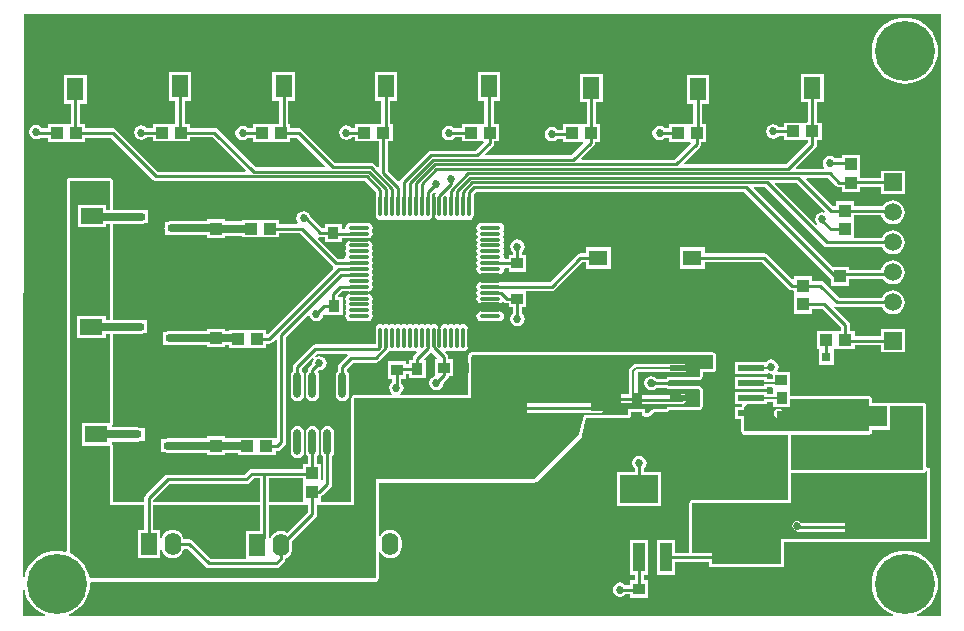
<source format=gtl>
G04*
G04 #@! TF.GenerationSoftware,Altium Limited,Altium Designer,18.1.6 (161)*
G04*
G04 Layer_Physical_Order=1*
G04 Layer_Color=255*
%FSLAX25Y25*%
%MOIN*%
G70*
G01*
G75*
%ADD12C,0.01000*%
%ADD17R,0.02756X0.02362*%
%ADD18R,0.03937X0.09449*%
%ADD19R,0.12598X0.09449*%
%ADD20O,0.02362X0.08661*%
%ADD21R,0.06122X0.05118*%
%ADD24R,0.14016X0.07008*%
%ADD25R,0.08661X0.01968*%
%ADD26R,0.09449X0.12205*%
%ADD27R,0.03150X0.03150*%
%ADD28R,0.07874X0.16142*%
%ADD29R,0.03937X0.03740*%
%ADD30R,0.09843X0.05906*%
%ADD31R,0.03740X0.03937*%
%ADD32R,0.03937X0.04134*%
%ADD33R,0.04134X0.03937*%
%ADD60O,0.01181X0.07087*%
%ADD61O,0.07087X0.01181*%
%ADD62C,0.02756*%
%ADD63C,0.00800*%
%ADD64O,0.05500X0.07500*%
%ADD65R,0.05500X0.07500*%
%ADD66R,0.05906X0.05906*%
%ADD67C,0.05906*%
%ADD68O,0.07500X0.05500*%
%ADD69R,0.07500X0.05500*%
%ADD70C,0.01968*%
%ADD71C,0.02700*%
%ADD72C,0.20000*%
G36*
X118556Y265925D02*
X117250D01*
Y267624D01*
X107750D01*
Y260124D01*
X117250D01*
Y261075D01*
X118556D01*
Y229299D01*
X117089D01*
Y230624D01*
X107589D01*
Y223124D01*
X117089D01*
Y224449D01*
X118556D01*
Y194750D01*
X109089D01*
Y187250D01*
X118556D01*
Y167500D01*
X129971D01*
Y159250D01*
X127750D01*
Y149750D01*
X135250D01*
Y152412D01*
X135721Y152521D01*
X136098Y151609D01*
X136699Y150826D01*
X137483Y150224D01*
X138395Y149846D01*
X139374Y149718D01*
X140353Y149846D01*
X141265Y150224D01*
X142049Y150826D01*
X142650Y151609D01*
X143027Y152521D01*
X143087Y152971D01*
X144367D01*
X150419Y146919D01*
X150915Y146587D01*
X151500Y146471D01*
X174000D01*
X174585Y146587D01*
X175081Y146919D01*
X176581Y148419D01*
X176913Y148915D01*
X177029Y149500D01*
Y149574D01*
X177391Y149724D01*
X178174Y150326D01*
X178776Y151109D01*
X179154Y152021D01*
X179282Y153000D01*
Y155000D01*
X179210Y155547D01*
X187081Y163419D01*
X187413Y163915D01*
X187529Y164500D01*
Y167500D01*
X200000D01*
Y203105D01*
X238820D01*
X238932Y210428D01*
X239018D01*
Y216047D01*
X239038Y217364D01*
X319500D01*
Y212707D01*
X315117D01*
Y210480D01*
X314854Y210089D01*
X314617Y210089D01*
X304192D01*
Y209634D01*
X300796D01*
X300686Y209799D01*
X299908Y210318D01*
X298991Y210501D01*
X298074Y210318D01*
X297297Y209799D01*
X296778Y209022D01*
X296595Y208105D01*
X296778Y207188D01*
X297297Y206411D01*
X298074Y205891D01*
X298991Y205709D01*
X299908Y205891D01*
X300686Y206411D01*
X300796Y206575D01*
X304192D01*
Y206121D01*
X314617D01*
X314854Y206121D01*
X315117Y205730D01*
Y200480D01*
X314854Y200089D01*
X304192D01*
Y199634D01*
X300291D01*
X299705Y199518D01*
X299209Y199186D01*
X298007Y197985D01*
X296940D01*
Y199424D01*
X291200D01*
Y197454D01*
X276500D01*
X275029Y191029D01*
X269677Y185677D01*
X260000Y176000D01*
X207060D01*
Y143000D01*
X111744D01*
X111346Y144660D01*
X110683Y146259D01*
X109779Y147736D01*
X108654Y149052D01*
X107338Y150177D01*
X105861Y151081D01*
X105056Y151415D01*
Y275500D01*
X118556D01*
Y265925D01*
D02*
G37*
G36*
X395500Y331000D02*
X395500Y130500D01*
X387585D01*
X387486Y131000D01*
X388496Y131419D01*
X389972Y132323D01*
X391289Y133448D01*
X392414Y134764D01*
X393318Y136241D01*
X393981Y137840D01*
X394385Y139524D01*
X394521Y141250D01*
X394385Y142976D01*
X393981Y144660D01*
X393318Y146259D01*
X392414Y147736D01*
X391289Y149052D01*
X389972Y150177D01*
X388496Y151081D01*
X386897Y151744D01*
X385213Y152148D01*
X383487Y152284D01*
X381761Y152148D01*
X380077Y151744D01*
X378478Y151081D01*
X377001Y150177D01*
X375685Y149052D01*
X374560Y147736D01*
X373656Y146259D01*
X372993Y144660D01*
X372589Y142976D01*
X372453Y141250D01*
X372589Y139524D01*
X372993Y137840D01*
X373656Y136241D01*
X374560Y134764D01*
X375685Y133448D01*
X377001Y132323D01*
X378478Y131419D01*
X379488Y131000D01*
X379389Y130500D01*
X104950Y130500D01*
X104851Y131000D01*
X105861Y131419D01*
X107338Y132323D01*
X108654Y133448D01*
X109779Y134764D01*
X110683Y136241D01*
X111346Y137840D01*
X111750Y139524D01*
X111886Y141250D01*
X111857Y141613D01*
X112197Y141980D01*
X207060D01*
X207451Y142058D01*
X207781Y142279D01*
X208002Y142610D01*
X208080Y143000D01*
Y151858D01*
X208580Y151957D01*
X208724Y151609D01*
X209326Y150826D01*
X210109Y150224D01*
X211021Y149846D01*
X212000Y149718D01*
X212979Y149846D01*
X213891Y150224D01*
X214674Y150826D01*
X215276Y151609D01*
X215653Y152521D01*
X215782Y153500D01*
Y155500D01*
X215653Y156479D01*
X215276Y157391D01*
X214674Y158175D01*
X213891Y158776D01*
X212979Y159153D01*
X212000Y159282D01*
X211021Y159153D01*
X210109Y158776D01*
X209326Y158175D01*
X208724Y157391D01*
X208580Y157043D01*
X208080Y157142D01*
Y174980D01*
X260000D01*
X260390Y175058D01*
X260721Y175279D01*
X270398Y184957D01*
X275750Y190308D01*
X275798Y190380D01*
X275860Y190439D01*
X275907Y190543D01*
X275971Y190639D01*
X275988Y190723D01*
X276023Y190802D01*
X277313Y196435D01*
X291200D01*
X291590Y196512D01*
X291921Y196733D01*
X292142Y197064D01*
X292220Y197454D01*
Y198404D01*
X295921D01*
Y197985D01*
X295998Y197594D01*
X296219Y197264D01*
X296550Y197043D01*
X296940Y196965D01*
X298007D01*
X298398Y197043D01*
X298728Y197264D01*
X299859Y198394D01*
X300103Y198557D01*
X300391Y198615D01*
X304192D01*
X304582Y198692D01*
X304913Y198913D01*
X305017Y199069D01*
X314854D01*
X314950Y199089D01*
X315048Y199088D01*
X315143Y199127D01*
X315244Y199147D01*
X315325Y199202D01*
X315416Y199239D01*
X315489Y199311D01*
X315575Y199368D01*
X315629Y199450D01*
X315699Y199519D01*
X315962Y199909D01*
X316002Y200004D01*
X316059Y200090D01*
X316078Y200186D01*
X316116Y200276D01*
X316117Y200379D01*
X316137Y200480D01*
Y205730D01*
X316117Y205831D01*
X316116Y205933D01*
X316078Y206024D01*
X316059Y206120D01*
X316002Y206206D01*
X315962Y206300D01*
X315699Y206691D01*
X315629Y206760D01*
X315575Y206841D01*
X315489Y206899D01*
X315416Y206971D01*
X315325Y207008D01*
X315244Y207063D01*
X315143Y207083D01*
X315048Y207121D01*
X314950Y207121D01*
X314854Y207140D01*
X314617Y207140D01*
X305017D01*
X304913Y207296D01*
X304582Y207518D01*
X304192Y207595D01*
X300796D01*
X300697Y207575D01*
X300597D01*
X300504Y207537D01*
X300406Y207518D01*
X300322Y207462D01*
X300229Y207423D01*
X300158Y207352D01*
X300075Y207296D01*
X300019Y207213D01*
X299954Y207148D01*
X299511Y206852D01*
X298991Y206748D01*
X298472Y206852D01*
X298032Y207146D01*
X297738Y207586D01*
X297635Y208105D01*
X297738Y208624D01*
X298032Y209064D01*
X298472Y209358D01*
X298991Y209461D01*
X299511Y209358D01*
X299954Y209062D01*
X300019Y208997D01*
X300075Y208913D01*
X300158Y208857D01*
X300229Y208787D01*
X300322Y208748D01*
X300406Y208692D01*
X300504Y208673D01*
X300597Y208634D01*
X300697D01*
X300796Y208615D01*
X304192D01*
X304582Y208692D01*
X304913Y208913D01*
X305017Y209069D01*
X314617D01*
X314854Y209069D01*
X314950Y209089D01*
X315048Y209088D01*
X315143Y209127D01*
X315244Y209147D01*
X315325Y209202D01*
X315416Y209239D01*
X315489Y209311D01*
X315575Y209368D01*
X315629Y209450D01*
X315699Y209519D01*
X315962Y209909D01*
X316002Y210004D01*
X316059Y210090D01*
X316078Y210186D01*
X316116Y210276D01*
X316117Y210379D01*
X316137Y210480D01*
Y211688D01*
X319500D01*
X319890Y211765D01*
X320221Y211986D01*
X320442Y212317D01*
X320520Y212707D01*
Y217364D01*
X320442Y217754D01*
X320221Y218085D01*
X319890Y218306D01*
X319500Y218384D01*
X239038D01*
X238851Y218346D01*
X238663Y218312D01*
X238656Y218307D01*
X238648Y218306D01*
X238489Y218200D01*
X238329Y218096D01*
X238324Y218089D01*
X238317Y218085D01*
X238211Y217926D01*
X238103Y217769D01*
X238101Y217761D01*
X238096Y217754D01*
X238059Y217566D01*
X238019Y217380D01*
X237999Y216062D01*
X238000Y216055D01*
X237999Y216047D01*
Y210836D01*
X237996Y210832D01*
X237995Y210824D01*
X237990Y210818D01*
X237953Y210630D01*
X237913Y210443D01*
X237816Y204124D01*
X215462D01*
X215310Y204625D01*
X215694Y204881D01*
X216214Y205659D01*
X216396Y206575D01*
X216214Y207492D01*
X215694Y208270D01*
X215679Y208280D01*
Y209630D01*
X217118D01*
Y211270D01*
X218130D01*
Y209831D01*
X223870D01*
Y215768D01*
X223336D01*
X223145Y216230D01*
X225487Y218572D01*
X225685Y218592D01*
X227647Y216630D01*
X227455Y216168D01*
X226782D01*
Y210428D01*
X226605Y210360D01*
X226437Y210319D01*
X226437Y210318D01*
X225659Y209799D01*
X225140Y209022D01*
X224957Y208105D01*
X225140Y207188D01*
X225659Y206411D01*
X226437Y205891D01*
X227354Y205709D01*
X228271Y205891D01*
X229048Y206411D01*
X229567Y207188D01*
X229750Y208105D01*
X229711Y208299D01*
X231081Y209670D01*
X231413Y210166D01*
X231465Y210428D01*
X232719D01*
Y216168D01*
X231280D01*
Y216689D01*
X231164Y217274D01*
X230832Y217771D01*
X230358Y218244D01*
X230539Y218770D01*
X230932Y218848D01*
X231295Y219091D01*
X231659Y218848D01*
X232279Y218725D01*
X232900Y218848D01*
X233264Y219091D01*
X233627Y218848D01*
X234248Y218725D01*
X234869Y218848D01*
X235232Y219091D01*
X235596Y218848D01*
X236216Y218725D01*
X236837Y218848D01*
X237363Y219200D01*
X237715Y219726D01*
X237838Y220346D01*
Y226252D01*
X237715Y226873D01*
X237363Y227399D01*
X236837Y227750D01*
X236216Y227874D01*
X235596Y227750D01*
X235232Y227507D01*
X234869Y227750D01*
X234248Y227874D01*
X233627Y227750D01*
X233264Y227507D01*
X232900Y227750D01*
X232279Y227874D01*
X231659Y227750D01*
X231295Y227507D01*
X230932Y227750D01*
X230311Y227874D01*
X229690Y227750D01*
X229164Y227399D01*
X228813Y226873D01*
X228689Y226252D01*
Y220981D01*
X228189Y220729D01*
X227996Y220873D01*
Y226252D01*
X227872Y226873D01*
X227521Y227399D01*
X226995Y227750D01*
X226374Y227874D01*
X225753Y227750D01*
X225390Y227507D01*
X225026Y227750D01*
X224406Y227874D01*
X223785Y227750D01*
X223421Y227507D01*
X223058Y227750D01*
X222437Y227874D01*
X221816Y227750D01*
X221453Y227507D01*
X221089Y227750D01*
X220468Y227874D01*
X219848Y227750D01*
X219484Y227507D01*
X219121Y227750D01*
X218500Y227874D01*
X217879Y227750D01*
X217516Y227507D01*
X217152Y227750D01*
X216531Y227874D01*
X215911Y227750D01*
X215547Y227507D01*
X215184Y227750D01*
X214563Y227874D01*
X213942Y227750D01*
X213579Y227507D01*
X213215Y227750D01*
X212595Y227874D01*
X211974Y227750D01*
X211610Y227507D01*
X211247Y227750D01*
X210626Y227874D01*
X210005Y227750D01*
X209642Y227507D01*
X209278Y227750D01*
X208658Y227874D01*
X208037Y227750D01*
X207511Y227399D01*
X207159Y226873D01*
X207036Y226252D01*
Y221029D01*
X187000D01*
X186415Y220913D01*
X185919Y220581D01*
X179919Y214581D01*
X179587Y214085D01*
X179471Y213500D01*
Y212148D01*
X179428Y212120D01*
X178946Y211398D01*
X178776Y210547D01*
Y204248D01*
X178946Y203397D01*
X179428Y202676D01*
X180149Y202193D01*
X181000Y202024D01*
X181851Y202193D01*
X182572Y202676D01*
X183055Y203397D01*
X183224Y204248D01*
Y210547D01*
X183055Y211398D01*
X182572Y212120D01*
X182529Y212148D01*
Y212866D01*
X186004Y216341D01*
X186392Y216022D01*
X186140Y215645D01*
X185958Y214728D01*
X185996Y214533D01*
X184919Y213456D01*
X184587Y212959D01*
X184471Y212374D01*
Y212148D01*
X184427Y212120D01*
X183946Y211398D01*
X183776Y210547D01*
Y204248D01*
X183946Y203397D01*
X184427Y202676D01*
X185149Y202193D01*
X186000Y202024D01*
X186851Y202193D01*
X187573Y202676D01*
X188055Y203397D01*
X188224Y204248D01*
Y210547D01*
X188055Y211398D01*
X187707Y211918D01*
X188159Y212370D01*
X188354Y212332D01*
X189270Y212514D01*
X190048Y213034D01*
X190567Y213811D01*
X190750Y214728D01*
X190567Y215645D01*
X190048Y216422D01*
X189270Y216941D01*
X188354Y217124D01*
X187437Y216941D01*
X187059Y216689D01*
X186740Y217077D01*
X187634Y217971D01*
X197623D01*
X197671Y217908D01*
X197808Y217471D01*
X194919Y214581D01*
X194587Y214085D01*
X194471Y213500D01*
Y212148D01*
X194428Y212120D01*
X193946Y211398D01*
X193776Y210547D01*
Y204248D01*
X193946Y203397D01*
X194428Y202676D01*
X195149Y202193D01*
X196000Y202024D01*
X196851Y202193D01*
X197573Y202676D01*
X198055Y203397D01*
X198224Y204248D01*
Y210547D01*
X198055Y211398D01*
X197573Y212120D01*
X197529Y212148D01*
Y212866D01*
X199634Y214971D01*
X207060D01*
X207646Y215087D01*
X208142Y215419D01*
X211707Y218984D01*
X211756Y218994D01*
X211974Y218848D01*
X212595Y218725D01*
X213215Y218848D01*
X213579Y219091D01*
X213942Y218848D01*
X214563Y218725D01*
X215184Y218848D01*
X215547Y219091D01*
X215911Y218848D01*
X216531Y218725D01*
X217152Y218848D01*
X217516Y219091D01*
X217879Y218848D01*
X218500Y218725D01*
X219121Y218848D01*
X219484Y219091D01*
X219848Y218848D01*
X220468Y218725D01*
X220641Y218759D01*
X220887Y218298D01*
X219919Y217330D01*
X219587Y216833D01*
X219471Y216248D01*
Y215768D01*
X218130D01*
Y214329D01*
X217118D01*
Y215370D01*
X211181D01*
Y209630D01*
X212620D01*
Y208480D01*
X212306Y208270D01*
X211786Y207492D01*
X211604Y206575D01*
X211786Y205659D01*
X212306Y204881D01*
X212690Y204625D01*
X212538Y204124D01*
X200000D01*
X199610Y204047D01*
X199279Y203826D01*
X199058Y203495D01*
X198980Y203105D01*
Y168520D01*
X189359D01*
X188969Y168783D01*
Y170459D01*
X189432Y170769D01*
X192081Y173419D01*
X192413Y173915D01*
X192529Y174500D01*
Y183749D01*
X192572Y183778D01*
X193054Y184499D01*
X193224Y185350D01*
Y191650D01*
X193054Y192501D01*
X192572Y193222D01*
X191851Y193704D01*
X191000Y193873D01*
X190149Y193704D01*
X189427Y193222D01*
X188945Y192501D01*
X188776Y191650D01*
Y185350D01*
X188945Y184499D01*
X189427Y183778D01*
X189471Y183749D01*
Y175672D01*
X189469Y175670D01*
X188969Y175938D01*
Y181217D01*
X187529D01*
Y183749D01*
X187573Y183778D01*
X188055Y184499D01*
X188224Y185350D01*
Y191650D01*
X188055Y192501D01*
X187573Y193222D01*
X186851Y193704D01*
X186000Y193873D01*
X185149Y193704D01*
X184427Y193222D01*
X183946Y192501D01*
X183776Y191650D01*
Y185350D01*
X183946Y184499D01*
X184427Y183778D01*
X184471Y183749D01*
Y181217D01*
X183031D01*
Y179463D01*
X165933D01*
X165348Y179346D01*
X164852Y179015D01*
X163366Y177529D01*
X137750D01*
X137165Y177413D01*
X136669Y177081D01*
X130419Y170831D01*
X130087Y170335D01*
X129971Y169750D01*
Y168520D01*
X119576D01*
Y187250D01*
X119498Y187640D01*
X119277Y187971D01*
X119121Y188075D01*
X119272Y188575D01*
X127665D01*
X128593Y188760D01*
X128681Y188819D01*
X130043D01*
Y190766D01*
X130090Y191000D01*
X130043Y191234D01*
Y193181D01*
X128681D01*
X128593Y193240D01*
X127665Y193424D01*
X119272D01*
X119121Y193924D01*
X119277Y194029D01*
X119498Y194360D01*
X119576Y194750D01*
Y224449D01*
X128382D01*
X129310Y224634D01*
X129398Y224693D01*
X130760D01*
Y226640D01*
X130806Y226874D01*
X130760Y227108D01*
Y229055D01*
X129398D01*
X129310Y229114D01*
X128382Y229299D01*
X119576D01*
Y261075D01*
X128882D01*
X129810Y261260D01*
X129898Y261319D01*
X131260D01*
Y263266D01*
X131306Y263500D01*
X131260Y263734D01*
Y265681D01*
X129898D01*
X129810Y265740D01*
X128882Y265925D01*
X119576D01*
Y275500D01*
X119498Y275890D01*
X119277Y276221D01*
X118946Y276442D01*
X118556Y276520D01*
X105056D01*
X104666Y276442D01*
X104335Y276221D01*
X104114Y275890D01*
X104037Y275500D01*
Y152202D01*
X103644Y151892D01*
X102578Y152148D01*
X100852Y152284D01*
X99126Y152148D01*
X97442Y151744D01*
X95843Y151081D01*
X94366Y150177D01*
X93050Y149052D01*
X91925Y147736D01*
X91021Y146259D01*
X90358Y144660D01*
X90052Y143384D01*
X89552Y143444D01*
X90007Y331000D01*
X395500Y331000D01*
D02*
G37*
G36*
X183031Y175083D02*
X183031D01*
Y174917D01*
X183031D01*
Y168783D01*
X182641Y168520D01*
X171529D01*
Y176404D01*
X183031D01*
Y175083D01*
D02*
G37*
G36*
X168471Y168520D02*
X133029D01*
Y169116D01*
X138383Y174471D01*
X164000D01*
X164585Y174587D01*
X165081Y174919D01*
X166567Y176404D01*
X168471D01*
Y168520D01*
D02*
G37*
G36*
X184471Y165134D02*
X177516Y158179D01*
X177391Y158276D01*
X176479Y158653D01*
X175500Y158782D01*
X174521Y158653D01*
X173609Y158276D01*
X172826Y157675D01*
X172224Y156891D01*
X172029Y156420D01*
X171529Y156520D01*
Y167500D01*
X184471D01*
Y165134D01*
D02*
G37*
G36*
X168471Y158750D02*
X163876D01*
Y149529D01*
X152134D01*
X146081Y155581D01*
X145585Y155913D01*
X145000Y156029D01*
X143087D01*
X143027Y156479D01*
X142650Y157391D01*
X142049Y158175D01*
X141265Y158776D01*
X140353Y159153D01*
X139374Y159282D01*
X138395Y159153D01*
X137483Y158776D01*
X136699Y158175D01*
X136098Y157391D01*
X135721Y156479D01*
X135250Y156588D01*
Y159250D01*
X133029D01*
Y167500D01*
X168471D01*
Y158750D01*
D02*
G37*
G36*
X90358Y137840D02*
X91021Y136241D01*
X91925Y134764D01*
X93050Y133448D01*
X94366Y132323D01*
X95843Y131419D01*
X96853Y131000D01*
X96754Y130500D01*
X89875D01*
X89521Y130854D01*
X89542Y139100D01*
X90042Y139158D01*
X90358Y137840D01*
D02*
G37*
%LPC*%
G36*
X309418Y214637D02*
X309418Y214637D01*
X293913D01*
X293366Y214528D01*
X292903Y214219D01*
X292903Y214219D01*
X291982Y213298D01*
X291673Y212835D01*
X291564Y212288D01*
X291564Y212288D01*
Y204389D01*
X285121D01*
X284536Y204272D01*
X284040Y203941D01*
X281464Y201365D01*
X253491D01*
X252906Y201249D01*
X252410Y200917D01*
X252078Y200421D01*
X251962Y199836D01*
X252078Y199250D01*
X252410Y198754D01*
X252906Y198423D01*
X253491Y198306D01*
X282098D01*
X282683Y198423D01*
X283179Y198754D01*
X285755Y201330D01*
X292991D01*
X293345Y201400D01*
X293590Y201237D01*
X294175Y201120D01*
X309068Y201120D01*
X309653Y201237D01*
X310149Y201568D01*
X310604Y202024D01*
X310936Y202520D01*
X311052Y203105D01*
X310936Y203690D01*
X310604Y204186D01*
X310108Y204518D01*
X309523Y204634D01*
X308938Y204518D01*
X308441Y204186D01*
X308434Y204179D01*
X294904Y204179D01*
X294419Y204605D01*
Y211697D01*
X294504Y211782D01*
X308996D01*
X309523Y211677D01*
X310069Y211786D01*
X310532Y212095D01*
X310842Y212559D01*
X310950Y213105D01*
X310842Y213651D01*
X310532Y214114D01*
X310427Y214219D01*
X310427Y214219D01*
X310158Y214399D01*
X309964Y214528D01*
X309964Y214528D01*
X309964Y214528D01*
X309745Y214572D01*
X309418Y214637D01*
D02*
G37*
G36*
X383487Y329932D02*
X381761Y329796D01*
X380077Y329392D01*
X378478Y328729D01*
X377001Y327824D01*
X375685Y326700D01*
X374560Y325383D01*
X373656Y323907D01*
X372993Y322307D01*
X372589Y320624D01*
X372453Y318898D01*
X372589Y317172D01*
X372993Y315488D01*
X373656Y313888D01*
X374560Y312412D01*
X375685Y311095D01*
X377001Y309971D01*
X378478Y309066D01*
X380077Y308404D01*
X381761Y307999D01*
X383487Y307864D01*
X385213Y307999D01*
X386897Y308404D01*
X388496Y309066D01*
X389972Y309971D01*
X391289Y311095D01*
X392414Y312412D01*
X393318Y313888D01*
X393981Y315488D01*
X394385Y317172D01*
X394521Y318898D01*
X394385Y320624D01*
X393981Y322307D01*
X393318Y323907D01*
X392414Y325383D01*
X391289Y326700D01*
X389972Y327824D01*
X388496Y328729D01*
X386897Y329392D01*
X385213Y329796D01*
X383487Y329932D01*
D02*
G37*
G36*
X248624Y311750D02*
X241124D01*
Y302250D01*
X243345D01*
Y294972D01*
X242991Y294618D01*
X242083Y294618D01*
X241583Y294618D01*
X235784D01*
Y293179D01*
X233205D01*
X233194Y293194D01*
X232417Y293714D01*
X231500Y293896D01*
X230583Y293714D01*
X229806Y293194D01*
X229286Y292417D01*
X229104Y291500D01*
X229286Y290583D01*
X229806Y289806D01*
X230583Y289286D01*
X231500Y289104D01*
X232417Y289286D01*
X233194Y289806D01*
X233404Y290120D01*
X235784D01*
Y288681D01*
X241583D01*
X241917Y288681D01*
X242865Y288681D01*
X243056Y288219D01*
X240367Y285529D01*
X225471D01*
X224886Y285413D01*
X224390Y285081D01*
X215450Y276142D01*
X215119Y275646D01*
X215083Y275466D01*
X214540Y275301D01*
X211179Y278662D01*
Y288681D01*
X212717D01*
Y294618D01*
X212029D01*
Y302250D01*
X214250D01*
Y311750D01*
X206750D01*
Y302250D01*
X208971D01*
Y294618D01*
X206917D01*
X206583Y294618D01*
X206083Y294618D01*
X200284D01*
Y293179D01*
X199128D01*
X199048Y293299D01*
X198270Y293818D01*
X197354Y294001D01*
X196437Y293818D01*
X195659Y293299D01*
X195140Y292522D01*
X194957Y291605D01*
X195140Y290688D01*
X195659Y289911D01*
X196437Y289391D01*
X197354Y289209D01*
X198270Y289391D01*
X199048Y289911D01*
X199188Y290120D01*
X200284D01*
Y288681D01*
X206083D01*
X206417Y288681D01*
X206917Y288681D01*
X208120D01*
Y280196D01*
X207658Y280005D01*
X206581Y281081D01*
X206085Y281413D01*
X205500Y281529D01*
X193633D01*
X182581Y292581D01*
X182085Y292913D01*
X181500Y293029D01*
X178516D01*
Y294468D01*
X177903D01*
Y302250D01*
X180124D01*
Y311750D01*
X172624D01*
Y302250D01*
X174845D01*
Y294468D01*
X172716D01*
X172382Y294468D01*
X171882Y294468D01*
X166083D01*
Y293029D01*
X164553D01*
X164443Y293194D01*
X163666Y293714D01*
X162749Y293896D01*
X161832Y293714D01*
X161055Y293194D01*
X160535Y292417D01*
X160353Y291500D01*
X160535Y290583D01*
X161055Y289806D01*
X161832Y289286D01*
X162749Y289104D01*
X163666Y289286D01*
X164443Y289806D01*
X164553Y289971D01*
X166083D01*
Y288531D01*
X171882D01*
X172216Y288531D01*
X172716Y288531D01*
X178516D01*
Y289971D01*
X180867D01*
X190346Y280491D01*
X190154Y280029D01*
X167133D01*
X154432Y292731D01*
X153936Y293063D01*
X153350Y293179D01*
X145217D01*
Y294618D01*
X143403D01*
Y302250D01*
X145624D01*
Y311750D01*
X138124D01*
Y302250D01*
X140345D01*
Y294972D01*
X139991Y294618D01*
X139083Y294618D01*
X138583Y294618D01*
X132783D01*
Y293179D01*
X130804D01*
X130694Y293344D01*
X129917Y293863D01*
X129000Y294046D01*
X128083Y293863D01*
X127306Y293344D01*
X126786Y292566D01*
X126604Y291650D01*
X126786Y290733D01*
X127306Y289955D01*
X128083Y289436D01*
X129000Y289254D01*
X129917Y289436D01*
X130694Y289955D01*
X130804Y290120D01*
X132783D01*
Y288681D01*
X138583D01*
X138917Y288681D01*
X139417Y288681D01*
X145217D01*
Y290120D01*
X152717D01*
X163846Y278991D01*
X163654Y278529D01*
X134634D01*
X120581Y292581D01*
X120085Y292913D01*
X119500Y293029D01*
X110216D01*
Y294468D01*
X108529D01*
Y301250D01*
X110750D01*
Y310750D01*
X103250D01*
Y301250D01*
X105471D01*
Y294822D01*
X105117Y294468D01*
X104083Y294468D01*
X103583Y294468D01*
X97783D01*
Y293029D01*
X95989D01*
X95694Y293470D01*
X94917Y293989D01*
X94000Y294172D01*
X93083Y293989D01*
X92306Y293470D01*
X91786Y292692D01*
X91604Y291776D01*
X91786Y290859D01*
X92306Y290081D01*
X93083Y289562D01*
X94000Y289380D01*
X94917Y289562D01*
X95529Y289971D01*
X97783D01*
Y288531D01*
X103583D01*
X103917Y288531D01*
X104417Y288531D01*
X110216D01*
Y289971D01*
X118867D01*
X132919Y275919D01*
X133415Y275587D01*
X134000Y275471D01*
X203624D01*
X207128Y271966D01*
Y270417D01*
X207036Y269953D01*
Y264047D01*
X207159Y263427D01*
X207511Y262900D01*
X208037Y262549D01*
X208658Y262425D01*
X209278Y262549D01*
X209642Y262792D01*
X210005Y262549D01*
X210626Y262425D01*
X211247Y262549D01*
X211610Y262792D01*
X211974Y262549D01*
X212595Y262425D01*
X213215Y262549D01*
X213579Y262792D01*
X213942Y262549D01*
X214563Y262425D01*
X215184Y262549D01*
X215547Y262792D01*
X215911Y262549D01*
X216531Y262425D01*
X217152Y262549D01*
X217516Y262792D01*
X217879Y262549D01*
X218500Y262425D01*
X219121Y262549D01*
X219484Y262792D01*
X219848Y262549D01*
X220468Y262425D01*
X221089Y262549D01*
X221453Y262792D01*
X221816Y262549D01*
X222437Y262425D01*
X223058Y262549D01*
X223421Y262792D01*
X223785Y262549D01*
X224406Y262425D01*
X225026Y262549D01*
X225552Y262900D01*
X225904Y263427D01*
X226027Y264047D01*
Y269953D01*
X225935Y270417D01*
Y271023D01*
X226738Y271827D01*
X226834Y271806D01*
X227061Y271246D01*
X226930Y271049D01*
X226813Y270464D01*
Y270417D01*
X226721Y269953D01*
Y264047D01*
X226844Y263427D01*
X227196Y262900D01*
X227722Y262549D01*
X228343Y262425D01*
X228963Y262549D01*
X229327Y262792D01*
X229690Y262549D01*
X230311Y262425D01*
X230932Y262549D01*
X231295Y262792D01*
X231659Y262549D01*
X232279Y262425D01*
X232900Y262549D01*
X233264Y262792D01*
X233627Y262549D01*
X234248Y262425D01*
X234869Y262549D01*
X235232Y262792D01*
X235596Y262549D01*
X236216Y262425D01*
X236837Y262549D01*
X237201Y262792D01*
X237564Y262549D01*
X238185Y262425D01*
X238806Y262549D01*
X239332Y262900D01*
X239683Y263427D01*
X239807Y264047D01*
Y269953D01*
X239714Y270417D01*
Y271188D01*
X240497Y271971D01*
X329867D01*
X359032Y242806D01*
Y240650D01*
X364968D01*
Y242821D01*
X376190D01*
X376681Y242181D01*
X377507Y241547D01*
X378468Y241149D01*
X379500Y241013D01*
X380532Y241149D01*
X381493Y241547D01*
X382319Y242181D01*
X382953Y243007D01*
X383351Y243968D01*
X383487Y245000D01*
X383351Y246032D01*
X382953Y246993D01*
X382319Y247819D01*
X381493Y248453D01*
X380532Y248851D01*
X379500Y248987D01*
X378468Y248851D01*
X377507Y248453D01*
X376681Y247819D01*
X376047Y246993D01*
X375649Y246032D01*
X375629Y245880D01*
X364968D01*
Y246783D01*
X359379D01*
X333154Y273009D01*
X333346Y273471D01*
X336866D01*
X356419Y253919D01*
X356915Y253587D01*
X357500Y253471D01*
X375855D01*
X376047Y253007D01*
X376681Y252181D01*
X377507Y251547D01*
X378468Y251149D01*
X379500Y251013D01*
X380532Y251149D01*
X381493Y251547D01*
X382319Y252181D01*
X382953Y253007D01*
X383351Y253968D01*
X383487Y255000D01*
X383351Y256032D01*
X382953Y256993D01*
X382319Y257819D01*
X381493Y258453D01*
X380532Y258851D01*
X379500Y258987D01*
X378468Y258851D01*
X377507Y258453D01*
X376681Y257819D01*
X376047Y256993D01*
X375855Y256529D01*
X366469D01*
Y262417D01*
X366469D01*
Y262583D01*
X366469D01*
Y264120D01*
X375629D01*
X375649Y263968D01*
X376047Y263007D01*
X376681Y262181D01*
X377507Y261547D01*
X378468Y261149D01*
X379500Y261013D01*
X380532Y261149D01*
X381493Y261547D01*
X382319Y262181D01*
X382953Y263007D01*
X383351Y263968D01*
X383487Y265000D01*
X383351Y266032D01*
X382953Y266993D01*
X382319Y267819D01*
X381493Y268453D01*
X380532Y268851D01*
X379500Y268987D01*
X378468Y268851D01*
X377507Y268453D01*
X376681Y267819D01*
X376190Y267179D01*
X366469D01*
Y268717D01*
X360531D01*
Y267179D01*
X359484D01*
X350654Y276009D01*
X350846Y276471D01*
X357867D01*
X360568Y273769D01*
X361064Y273437D01*
X361650Y273321D01*
X362531D01*
Y271783D01*
X368468D01*
Y273471D01*
X375547D01*
Y271047D01*
X383453D01*
Y278953D01*
X375547D01*
Y276529D01*
X368468D01*
Y277917D01*
X368468D01*
Y278083D01*
X368468D01*
Y284216D01*
X362531D01*
Y283033D01*
X360331D01*
X360221Y283197D01*
X359443Y283717D01*
X358526Y283899D01*
X357609Y283717D01*
X356832Y283197D01*
X356313Y282420D01*
X356130Y281503D01*
X356313Y280586D01*
X356685Y280029D01*
X356419Y279529D01*
X347346D01*
X347154Y279991D01*
X353731Y286568D01*
X354063Y287064D01*
X354179Y287650D01*
Y289032D01*
X355716D01*
Y294969D01*
X354179D01*
Y301750D01*
X356400D01*
Y311250D01*
X348900D01*
Y301750D01*
X351120D01*
Y295322D01*
X350767Y294969D01*
X349583Y294969D01*
X349083Y294969D01*
X343284D01*
Y293529D01*
X341426D01*
X341316Y293694D01*
X340538Y294214D01*
X339621Y294396D01*
X338704Y294214D01*
X337927Y293694D01*
X337408Y292917D01*
X337225Y292000D01*
X337408Y291083D01*
X337927Y290306D01*
X338704Y289786D01*
X339621Y289604D01*
X340538Y289786D01*
X341316Y290306D01*
X341426Y290471D01*
X343284D01*
Y289032D01*
X349083D01*
X349417Y289032D01*
X349917Y289032D01*
X351120D01*
Y288283D01*
X343866Y281029D01*
X310046D01*
X309855Y281491D01*
X315231Y286867D01*
X315563Y287364D01*
X315679Y287949D01*
Y288531D01*
X317216D01*
Y294468D01*
X316029D01*
Y301250D01*
X318250D01*
Y310750D01*
X310750D01*
Y301250D01*
X312971D01*
Y294822D01*
X312617Y294468D01*
X311083Y294468D01*
X310583Y294468D01*
X304784D01*
Y293029D01*
X303553D01*
X303443Y293194D01*
X302666Y293714D01*
X301749Y293896D01*
X300832Y293714D01*
X300055Y293194D01*
X299535Y292417D01*
X299353Y291500D01*
X299535Y290583D01*
X300055Y289806D01*
X300832Y289286D01*
X301749Y289104D01*
X302666Y289286D01*
X303443Y289806D01*
X303553Y289971D01*
X304784D01*
Y288531D01*
X310583D01*
X310917Y288531D01*
X311417Y288531D01*
X311916D01*
X312107Y288070D01*
X306567Y282529D01*
X275846D01*
X275654Y282991D01*
X279881Y287218D01*
X280212Y287714D01*
X280329Y288299D01*
Y288531D01*
X281866D01*
Y294468D01*
X280529D01*
Y301750D01*
X282750D01*
Y311250D01*
X275250D01*
Y301750D01*
X277471D01*
Y294822D01*
X277117Y294468D01*
X275732Y294468D01*
X275232Y294468D01*
X269433D01*
Y292634D01*
X267658D01*
X267548Y292799D01*
X266771Y293319D01*
X265854Y293501D01*
X264937Y293319D01*
X264159Y292799D01*
X263640Y292022D01*
X263457Y291105D01*
X263640Y290188D01*
X264159Y289411D01*
X264937Y288891D01*
X265854Y288709D01*
X266771Y288891D01*
X267548Y289411D01*
X267658Y289576D01*
X269433D01*
Y288531D01*
X275232D01*
X275567Y288531D01*
X276215Y288531D01*
X276407Y288070D01*
X272366Y284029D01*
X243846D01*
X243654Y284491D01*
X246231Y287068D01*
X246563Y287564D01*
X246679Y288150D01*
Y288681D01*
X248217D01*
Y294618D01*
X246403D01*
Y302250D01*
X248624D01*
Y311750D01*
D02*
G37*
G36*
X183055Y265396D02*
X182138Y265214D01*
X181360Y264694D01*
X180841Y263917D01*
X180658Y263000D01*
X180841Y262083D01*
X181111Y261679D01*
X180844Y261179D01*
X174866D01*
Y262618D01*
X169067D01*
X168732Y262618D01*
X168232Y262618D01*
X162433D01*
Y262074D01*
X156807D01*
Y262717D01*
X150870D01*
Y262184D01*
X139118D01*
X138190Y262000D01*
X138102Y261941D01*
X136740D01*
Y259994D01*
X136694Y259760D01*
X136740Y259526D01*
Y257579D01*
X138102D01*
X138190Y257520D01*
X139118Y257335D01*
X150870D01*
Y256583D01*
X156807D01*
Y257225D01*
X162433D01*
Y256681D01*
X168232D01*
X168567Y256681D01*
X169067Y256681D01*
X174866D01*
Y258120D01*
X181759D01*
X192859Y247021D01*
X192954Y246957D01*
X193017Y246314D01*
X171067Y224364D01*
X170567Y224469D01*
Y225728D01*
X164768D01*
X164433Y225728D01*
X163933Y225728D01*
X158134D01*
Y225574D01*
X156768D01*
Y226217D01*
X150831D01*
Y225558D01*
X138618D01*
X137690Y225374D01*
X137602Y225315D01*
X136240D01*
Y223368D01*
X136194Y223134D01*
X136240Y222900D01*
Y220953D01*
X137602D01*
X137690Y220894D01*
X138618Y220709D01*
X150831D01*
Y220083D01*
X156768D01*
Y220725D01*
X158134D01*
Y219791D01*
X163933D01*
X164268Y219791D01*
X164768Y219791D01*
X170567D01*
Y221231D01*
X171626D01*
X172211Y221347D01*
X172707Y221678D01*
X173658Y222629D01*
X174120Y222438D01*
Y190201D01*
X173716Y189969D01*
X167917D01*
X167583Y189969D01*
X167083Y189969D01*
X161284D01*
Y189724D01*
X156807D01*
Y190366D01*
X150870D01*
Y189684D01*
X137902D01*
X136974Y189500D01*
X136886Y189441D01*
X135524D01*
Y187494D01*
X135477Y187260D01*
X135524Y187026D01*
Y185079D01*
X136886D01*
X136974Y185020D01*
X137902Y184835D01*
X150870D01*
Y184232D01*
X156807D01*
Y184875D01*
X161284D01*
Y184031D01*
X167083D01*
X167417Y184031D01*
X167917Y184031D01*
X173716D01*
Y185471D01*
X174186D01*
X174771Y185587D01*
X175267Y185919D01*
X176731Y187382D01*
X177063Y187879D01*
X177179Y188464D01*
Y223639D01*
X184480Y230940D01*
X185023Y230776D01*
X185140Y230188D01*
X185659Y229411D01*
X186437Y228891D01*
X187354Y228709D01*
X188270Y228891D01*
X189048Y229411D01*
X189567Y230188D01*
X189738Y231048D01*
X189811Y231145D01*
X189886Y231193D01*
X190386Y230922D01*
Y230805D01*
X196126D01*
Y236742D01*
X194458D01*
Y237296D01*
X195862Y238699D01*
X198154D01*
X198618Y238607D01*
X204524D01*
X205144Y238730D01*
X205670Y239082D01*
X206022Y239608D01*
X206145Y240228D01*
X206022Y240849D01*
X205779Y241213D01*
X206022Y241576D01*
X206145Y242197D01*
X206022Y242817D01*
X205779Y243181D01*
X206022Y243545D01*
X206145Y244165D01*
X206022Y244786D01*
X205779Y245150D01*
X206022Y245513D01*
X206145Y246134D01*
X206022Y246755D01*
X205779Y247118D01*
X206022Y247482D01*
X206145Y248102D01*
X206022Y248723D01*
X205779Y249087D01*
X206022Y249450D01*
X206145Y250071D01*
X206022Y250692D01*
X205779Y251055D01*
X206022Y251419D01*
X206145Y252039D01*
X206022Y252660D01*
X205779Y253024D01*
X206022Y253387D01*
X206145Y254008D01*
X206022Y254628D01*
X205670Y255155D01*
X205144Y255506D01*
X204524Y255630D01*
X198618D01*
X197997Y255506D01*
X197471Y255155D01*
X197120Y254628D01*
X196996Y254008D01*
X197120Y253387D01*
X197363Y253024D01*
X197120Y252660D01*
X196996Y252039D01*
X197120Y251419D01*
X197363Y251055D01*
X197120Y250692D01*
X196996Y250071D01*
X197007Y250018D01*
X196690Y249632D01*
X194574D01*
X187911Y256294D01*
X188157Y256755D01*
X188579Y256671D01*
X190130D01*
Y255232D01*
X195870D01*
Y256416D01*
X198154D01*
X198618Y256323D01*
X204524D01*
X205144Y256447D01*
X205670Y256798D01*
X206022Y257324D01*
X206145Y257945D01*
X206022Y258565D01*
X205779Y258929D01*
X206022Y259293D01*
X206145Y259913D01*
X206022Y260534D01*
X205670Y261060D01*
X205144Y261412D01*
X204524Y261535D01*
X198618D01*
X197997Y261412D01*
X197471Y261060D01*
X197120Y260534D01*
X196996Y259913D01*
X197007Y259861D01*
X196690Y259474D01*
X195870D01*
Y261169D01*
X190130D01*
Y259730D01*
X189212D01*
X185328Y263614D01*
X185268Y263917D01*
X184749Y264694D01*
X183972Y265214D01*
X183055Y265396D01*
D02*
G37*
G36*
X285411Y253417D02*
X277289D01*
Y251388D01*
X275358D01*
X274773Y251271D01*
X274277Y250940D01*
X265095Y241758D01*
X248689D01*
X248224Y241850D01*
X242319D01*
X241698Y241727D01*
X241172Y241375D01*
X240821Y240849D01*
X240697Y240228D01*
X240821Y239608D01*
X241064Y239244D01*
X240821Y238880D01*
X240697Y238260D01*
X240821Y237639D01*
X241064Y237276D01*
X240821Y236912D01*
X240697Y236291D01*
X240821Y235671D01*
X241172Y235145D01*
X241698Y234793D01*
X242319Y234670D01*
X248224D01*
X248845Y234793D01*
X249371Y235145D01*
X249896Y235030D01*
X250123Y234878D01*
X250709Y234762D01*
X251382D01*
Y233421D01*
X252821D01*
Y231302D01*
X252659Y231194D01*
X252140Y230417D01*
X251958Y229500D01*
X252140Y228583D01*
X252659Y227806D01*
X253437Y227286D01*
X254354Y227104D01*
X255271Y227286D01*
X256048Y227806D01*
X256567Y228583D01*
X256750Y229500D01*
X256567Y230417D01*
X256048Y231194D01*
X255880Y231307D01*
Y233421D01*
X257319D01*
Y238699D01*
X265728D01*
X266314Y238815D01*
X266810Y239147D01*
X275992Y248329D01*
X277289D01*
Y246299D01*
X285411D01*
Y253417D01*
D02*
G37*
G36*
X248224Y261535D02*
X242319D01*
X241698Y261412D01*
X241172Y261060D01*
X240821Y260534D01*
X240697Y259913D01*
X240821Y259293D01*
X241064Y258929D01*
X240821Y258565D01*
X240697Y257945D01*
X240821Y257324D01*
X241064Y256961D01*
X240821Y256597D01*
X240697Y255976D01*
X240821Y255356D01*
X241064Y254992D01*
X240821Y254628D01*
X240697Y254008D01*
X240821Y253387D01*
X241064Y253024D01*
X240821Y252660D01*
X240697Y252039D01*
X240821Y251419D01*
X241064Y251055D01*
X240821Y250692D01*
X240697Y250071D01*
X240821Y249450D01*
X241064Y249087D01*
X240821Y248723D01*
X240697Y248102D01*
X240821Y247482D01*
X241064Y247118D01*
X240821Y246755D01*
X240697Y246134D01*
X240821Y245513D01*
X241172Y244987D01*
X241698Y244636D01*
X242319Y244512D01*
X248224D01*
X248845Y244636D01*
X249371Y244987D01*
X249723Y245513D01*
X249846Y246134D01*
X249836Y246186D01*
X250153Y246573D01*
X251382D01*
Y245130D01*
X257319D01*
Y250870D01*
X255880D01*
Y251798D01*
X256048Y251911D01*
X256567Y252688D01*
X256750Y253605D01*
X256567Y254522D01*
X256048Y255299D01*
X255271Y255819D01*
X254354Y256001D01*
X253437Y255819D01*
X252659Y255299D01*
X252140Y254522D01*
X251958Y253605D01*
X252140Y252688D01*
X252659Y251911D01*
X252821Y251803D01*
Y250870D01*
X251382D01*
Y249632D01*
X250153D01*
X249836Y250018D01*
X249846Y250071D01*
X249723Y250692D01*
X249480Y251055D01*
X249723Y251419D01*
X249846Y252039D01*
X249723Y252660D01*
X249480Y253024D01*
X249723Y253387D01*
X249846Y254008D01*
X249723Y254628D01*
X249480Y254992D01*
X249723Y255356D01*
X249846Y255976D01*
X249723Y256597D01*
X249480Y256961D01*
X249723Y257324D01*
X249846Y257945D01*
X249723Y258565D01*
X249480Y258929D01*
X249723Y259293D01*
X249846Y259913D01*
X249723Y260534D01*
X249371Y261060D01*
X248845Y261412D01*
X248224Y261535D01*
D02*
G37*
G36*
X316711Y253417D02*
X308589D01*
Y246299D01*
X316711D01*
Y248329D01*
X336008D01*
X344769Y239568D01*
X345265Y239237D01*
X345850Y239120D01*
X346178D01*
X346532Y238767D01*
X346532Y237583D01*
X346532Y237083D01*
Y231283D01*
X352468D01*
Y232821D01*
X356016D01*
X362120Y226717D01*
Y225822D01*
X361767Y225468D01*
X360583Y225468D01*
X360083Y225468D01*
X354283D01*
Y219531D01*
X354362D01*
X354776Y219323D01*
Y214173D01*
X359925D01*
Y219323D01*
X360339Y219531D01*
X360917Y219531D01*
X366717D01*
Y220759D01*
X375547D01*
Y218336D01*
X383453D01*
Y226241D01*
X375547D01*
Y223818D01*
X366717D01*
Y225468D01*
X365179D01*
Y227350D01*
X365063Y227936D01*
X364731Y228432D01*
X359699Y233464D01*
X360018Y233852D01*
X360415Y233587D01*
X361000Y233471D01*
X375855D01*
X376047Y233007D01*
X376681Y232181D01*
X377507Y231547D01*
X378468Y231149D01*
X379500Y231013D01*
X380532Y231149D01*
X381493Y231547D01*
X382319Y232181D01*
X382953Y233007D01*
X383351Y233968D01*
X383487Y235000D01*
X383351Y236032D01*
X382953Y236993D01*
X382319Y237819D01*
X381493Y238453D01*
X380532Y238851D01*
X379500Y238987D01*
X378468Y238851D01*
X377507Y238453D01*
X376681Y237819D01*
X376047Y236993D01*
X375855Y236529D01*
X361633D01*
X356432Y241731D01*
X355936Y242063D01*
X355350Y242179D01*
X352468D01*
Y243717D01*
X346532D01*
Y242839D01*
X346031Y242631D01*
X337723Y250940D01*
X337227Y251271D01*
X336642Y251388D01*
X316711D01*
Y253417D01*
D02*
G37*
G36*
X248224Y232008D02*
X242319D01*
X241698Y231884D01*
X241172Y231533D01*
X240821Y231006D01*
X240697Y230386D01*
X240821Y229765D01*
X241172Y229239D01*
X241698Y228888D01*
X242319Y228764D01*
X248224D01*
X248845Y228888D01*
X249371Y229239D01*
X249723Y229765D01*
X249846Y230386D01*
X249723Y231006D01*
X249371Y231533D01*
X248845Y231884D01*
X248224Y232008D01*
D02*
G37*
G36*
X204524Y237913D02*
X198618D01*
X197997Y237790D01*
X197471Y237438D01*
X197120Y236912D01*
X196996Y236291D01*
X197120Y235671D01*
X197363Y235307D01*
X197120Y234943D01*
X196996Y234323D01*
X197120Y233702D01*
X197363Y233339D01*
X197120Y232975D01*
X196996Y232354D01*
X197120Y231734D01*
X197363Y231370D01*
X197120Y231006D01*
X196996Y230386D01*
X197120Y229765D01*
X197471Y229239D01*
X197997Y228888D01*
X198618Y228764D01*
X204524D01*
X205144Y228888D01*
X205670Y229239D01*
X206022Y229765D01*
X206145Y230386D01*
X206022Y231006D01*
X205779Y231370D01*
X206022Y231734D01*
X206145Y232354D01*
X206022Y232975D01*
X205779Y233339D01*
X206022Y233702D01*
X206145Y234323D01*
X206022Y234943D01*
X205779Y235307D01*
X206022Y235671D01*
X206145Y236291D01*
X206022Y236912D01*
X205670Y237438D01*
X205144Y237790D01*
X204524Y237913D01*
D02*
G37*
G36*
X338991Y216001D02*
X338074Y215819D01*
X337297Y215299D01*
X337157Y215089D01*
X326830D01*
Y211121D01*
X337491D01*
Y211179D01*
X337991Y211447D01*
X338074Y211391D01*
X338991Y211209D01*
X339373Y210895D01*
Y209532D01*
X337491D01*
Y210089D01*
X326830D01*
Y206121D01*
X337491D01*
Y206677D01*
X339020D01*
X339373Y206324D01*
Y206235D01*
X339621Y205837D01*
Y204532D01*
X337491D01*
Y205089D01*
X326830D01*
Y201121D01*
X329037D01*
X329203Y200621D01*
X329049Y200390D01*
X328990Y200089D01*
X326830D01*
Y196121D01*
X328972D01*
Y192000D01*
X329049Y191610D01*
X329270Y191279D01*
X329601Y191058D01*
X329991Y190980D01*
X344472D01*
Y179105D01*
X344549Y178715D01*
X344629Y178595D01*
X344549Y178475D01*
X344472Y178085D01*
X344472Y169124D01*
X312650D01*
X312259Y169047D01*
X311929Y168826D01*
X311708Y168495D01*
X311630Y168105D01*
Y156105D01*
X311630Y156105D01*
X311630Y155605D01*
X311630Y151883D01*
X311311Y151529D01*
X306928D01*
Y155724D01*
X300991D01*
Y144276D01*
X306928D01*
Y148471D01*
X318159D01*
Y146897D01*
X321779D01*
X321788Y146892D01*
X321935Y146794D01*
X321957Y146789D01*
X321977Y146777D01*
X322152Y146750D01*
X322325Y146716D01*
X342342Y146716D01*
X342732Y146794D01*
X343063Y147015D01*
X343284Y147345D01*
X343361Y147736D01*
X343361Y155085D01*
X390991Y155085D01*
X391382Y155163D01*
X391712Y155384D01*
X391933Y155715D01*
X392011Y156105D01*
Y178957D01*
X391982Y179104D01*
X391967Y179253D01*
X391943Y179298D01*
X391933Y179347D01*
X391850Y179472D01*
X391779Y179604D01*
X391740Y179636D01*
X391712Y179678D01*
X391588Y179761D01*
X391472Y179856D01*
X391424Y179871D01*
X391382Y179899D01*
X391235Y179928D01*
X391091Y179972D01*
X390591Y180021D01*
X390511Y180094D01*
Y200605D01*
X390433Y200995D01*
X390212Y201326D01*
X389882Y201547D01*
X389491Y201624D01*
X378499D01*
X378440Y201613D01*
X372511D01*
Y202859D01*
X372433Y203250D01*
X372212Y203580D01*
X371882Y203801D01*
X371491Y203879D01*
X345361D01*
X345361Y206223D01*
X345310Y206702D01*
Y211975D01*
X341259D01*
X341023Y212416D01*
X341205Y212688D01*
X341387Y213605D01*
X341205Y214522D01*
X340686Y215299D01*
X339908Y215819D01*
X338991Y216001D01*
D02*
G37*
G36*
X181000Y193873D02*
X180149Y193704D01*
X179428Y193222D01*
X178946Y192501D01*
X178776Y191650D01*
Y185350D01*
X178946Y184499D01*
X179428Y183778D01*
X180149Y183296D01*
X181000Y183127D01*
X181851Y183296D01*
X182572Y183778D01*
X183055Y184499D01*
X183224Y185350D01*
Y191650D01*
X183055Y192501D01*
X182572Y193222D01*
X181851Y193704D01*
X181000Y193873D01*
D02*
G37*
G36*
X295000Y183896D02*
X294083Y183714D01*
X293306Y183194D01*
X292786Y182417D01*
X292604Y181500D01*
X292786Y180583D01*
X293306Y179806D01*
X293471Y179696D01*
Y178559D01*
X287605D01*
Y167110D01*
X302203D01*
Y178559D01*
X296529D01*
Y179696D01*
X296694Y179806D01*
X297214Y180583D01*
X297396Y181500D01*
X297214Y182417D01*
X296694Y183194D01*
X295917Y183714D01*
X295000Y183896D01*
D02*
G37*
G36*
X297873Y155724D02*
X291936D01*
Y144276D01*
X293375D01*
Y142370D01*
X291889D01*
Y140801D01*
X290304D01*
X290194Y140966D01*
X289417Y141486D01*
X288500Y141668D01*
X287583Y141486D01*
X286806Y140966D01*
X286286Y140189D01*
X286104Y139272D01*
X286286Y138355D01*
X286806Y137578D01*
X287583Y137058D01*
X288500Y136876D01*
X289417Y137058D01*
X290194Y137578D01*
X290304Y137742D01*
X291889D01*
Y136630D01*
X297826D01*
Y142370D01*
X296433D01*
Y144276D01*
X297873D01*
Y155724D01*
D02*
G37*
%LPD*%
G36*
X356896Y265441D02*
X356649Y264981D01*
X356000Y265110D01*
X355083Y264927D01*
X354306Y264408D01*
X353786Y263631D01*
X353604Y262714D01*
X353786Y261797D01*
X354215Y261155D01*
X353827Y260836D01*
X340154Y274509D01*
X340346Y274971D01*
X347366D01*
X356896Y265441D01*
D02*
G37*
G36*
X371491Y198800D02*
X370991Y198539D01*
X370491Y198638D01*
X369906Y198522D01*
X369410Y198190D01*
X369256Y198037D01*
X368925Y197540D01*
X368808Y196955D01*
X368925Y196370D01*
X369256Y195874D01*
X369753Y195542D01*
X370338Y195426D01*
X370923Y195542D01*
X370991Y195588D01*
X371491Y195321D01*
Y192000D01*
X329991D01*
Y200000D01*
X331112Y201121D01*
X337491D01*
Y201677D01*
X339621D01*
Y200286D01*
X345361D01*
Y202859D01*
X371491D01*
Y198800D01*
D02*
G37*
G36*
X389491Y179105D02*
X345491D01*
Y190980D01*
X371491D01*
X371882Y191058D01*
X372212Y191279D01*
X372433Y191610D01*
X372511Y192000D01*
Y192605D01*
X378499D01*
Y200605D01*
X389491D01*
Y179105D01*
D02*
G37*
G36*
X390991Y178957D02*
Y156105D01*
X342342Y156105D01*
X342342Y147736D01*
X322325Y147736D01*
X322187Y148031D01*
X322139Y148236D01*
X322442Y148690D01*
X322559Y149275D01*
X322442Y149861D01*
X322111Y150357D01*
X321386Y151081D01*
X320890Y151413D01*
X320305Y151529D01*
X313003D01*
X312650Y151883D01*
X312650Y155605D01*
X312650Y156105D01*
X313206Y156105D01*
X313650D01*
X313988Y156105D01*
X315511Y156105D01*
X314150D01*
X312650Y156105D01*
Y168105D01*
X345491D01*
X345491Y178085D01*
X389491D01*
X389882Y178163D01*
X390212Y178384D01*
X390433Y178715D01*
X390491Y179006D01*
X390991Y178957D01*
D02*
G37*
%LPC*%
G36*
X341342Y199634D02*
X340757Y199518D01*
X340260Y199186D01*
X339929Y198690D01*
X339812Y198105D01*
X339929Y197520D01*
X340260Y197023D01*
X341410Y195874D01*
X341906Y195542D01*
X342491Y195426D01*
X343077Y195542D01*
X343573Y195874D01*
X343904Y196370D01*
X344021Y196955D01*
X343904Y197540D01*
X343573Y198037D01*
X342423Y199186D01*
X341927Y199518D01*
X341342Y199634D01*
D02*
G37*
G36*
X347491Y162134D02*
X346906Y162018D01*
X346410Y161686D01*
X346078Y161190D01*
X345962Y160605D01*
X346078Y160020D01*
X346410Y159523D01*
X346914Y159019D01*
X347410Y158688D01*
X347995Y158572D01*
X370491D01*
X371077Y158688D01*
X371573Y159019D01*
X371904Y159516D01*
X372021Y160101D01*
X371904Y160686D01*
X371573Y161182D01*
X371077Y161514D01*
X370491Y161630D01*
X348629D01*
X348573Y161686D01*
X348077Y162018D01*
X347491Y162134D01*
D02*
G37*
%LPD*%
D12*
X277117Y189210D02*
X283991D01*
X253491Y165584D02*
X277117Y189210D01*
X295000Y172931D02*
Y181500D01*
X294630Y139272D02*
X294858Y139500D01*
X288500Y139272D02*
X294630D01*
X294858Y139500D02*
X294904Y139546D01*
Y150000D01*
Y172835D02*
X295000Y172931D01*
X320305Y150000D02*
X321029Y149275D01*
X303959Y150000D02*
X320305D01*
X298641Y196455D02*
X300291Y198105D01*
X309523D01*
X294070Y196455D02*
X298641D01*
X239864Y273500D02*
X330500D01*
X360283Y243717D01*
X362000D01*
X362634Y244350D01*
X356000Y262150D02*
Y262714D01*
Y262150D02*
X358799Y259350D01*
X363500D01*
X238621Y276500D02*
X348000D01*
X358850Y265650D01*
X363500D01*
X378850D02*
X379201Y265299D01*
X363500Y265650D02*
X378850D01*
X358526Y281503D02*
X365854D01*
X192929Y233774D02*
Y237929D01*
X170000Y177933D02*
X186000D01*
X165933D02*
X170000D01*
X164000Y176000D02*
X165933Y177933D01*
X137750Y176000D02*
X164000D01*
X283991Y189210D02*
X293091D01*
X294070Y190189D02*
Y196455D01*
X293091Y189210D02*
X294070Y190189D01*
X183055Y263000D02*
X183780D01*
X188579Y258201D01*
X341342Y198105D02*
X342491Y196955D01*
X229750Y213298D02*
Y216689D01*
X224406Y219654D02*
Y223299D01*
X221000Y216248D02*
X224406Y219654D01*
X226374Y220066D02*
X229750Y216689D01*
X230000Y210751D02*
Y212517D01*
X227354Y208105D02*
X230000Y210751D01*
X170000Y156374D02*
Y177933D01*
X167626Y154000D02*
X170000Y156374D01*
X131500Y169750D02*
X137750Y176000D01*
X175650Y188464D02*
Y224272D01*
X174186Y187000D02*
X175650Y188464D01*
X170650Y187000D02*
X174186D01*
X214000Y206575D02*
X214150Y206725D01*
Y212500D01*
X186000Y212374D02*
X188354Y214728D01*
X186000Y207398D02*
Y212374D01*
X207939Y219500D02*
X208658Y220218D01*
X187000Y219500D02*
X207939D01*
X181000Y213500D02*
X187000Y219500D01*
X224406Y271657D02*
X227249Y274500D01*
X227354D01*
X228343Y270464D02*
X232354Y274475D01*
X228343Y267000D02*
Y270464D01*
X232354Y274475D02*
Y276255D01*
X224406Y267000D02*
Y271657D01*
X188579Y258201D02*
X193000D01*
X190022Y233774D02*
X192929D01*
X187354Y231105D02*
X190022Y233774D01*
X226374Y220066D02*
Y223299D01*
X254350Y229503D02*
X254354Y229500D01*
X254350Y229503D02*
Y236291D01*
Y253602D02*
X254354Y253605D01*
X254350Y248000D02*
Y253602D01*
X363650Y222500D02*
Y227350D01*
X356650Y234350D02*
X363650Y227350D01*
X349500Y234350D02*
X356650D01*
X365500Y281150D02*
X365854Y281503D01*
X339621Y292000D02*
X346350D01*
X301749Y291500D02*
X307850D01*
X272105Y291105D02*
X272500Y291500D01*
X265854Y291105D02*
X272105D01*
X231650Y291650D02*
X238850D01*
X231500Y291500D02*
X231650Y291650D01*
X197354Y291605D02*
X197398Y291650D01*
X203350D01*
X162749Y291500D02*
X169150D01*
X129000Y291650D02*
X135850D01*
X94000Y291776D02*
X94276Y291500D01*
X100850D01*
X175650Y291000D02*
Y291500D01*
Y292000D01*
X193000Y280000D02*
X205500D01*
X181500Y291500D02*
X193000Y280000D01*
X175650Y291500D02*
X181500D01*
X205500Y280000D02*
X212595Y272905D01*
Y267000D02*
Y272905D01*
X151500Y148000D02*
X174000D01*
X145000Y154500D02*
X151500Y148000D01*
X139374Y154500D02*
X145000D01*
X174000Y148000D02*
X175500Y149500D01*
Y154000D01*
X186000Y164500D01*
Y171850D01*
X131500Y154500D02*
Y169750D01*
X186000Y177933D02*
Y178150D01*
X191000Y174500D02*
Y188500D01*
X188350Y171850D02*
X191000Y174500D01*
X186000Y171850D02*
X188350D01*
X186000Y178150D02*
X186000Y178150D01*
Y188500D01*
X193940Y248102D02*
X201571D01*
X182393Y259650D02*
X193940Y248102D01*
X171799Y259650D02*
X182393D01*
X152579Y259760D02*
X153839Y258500D01*
X195543Y244165D02*
X201571D01*
X175650Y224272D02*
X195543Y244165D01*
X195000Y246134D02*
X201571D01*
X171626Y222760D02*
X195000Y246134D01*
X167500Y222760D02*
X171626D01*
X160811Y223150D02*
X161201Y222760D01*
X153784Y223134D02*
X153799Y223150D01*
X181000Y207398D02*
Y213500D01*
X164051Y187299D02*
X164350Y187000D01*
X153799Y187260D02*
X153839Y187299D01*
X192929Y237929D02*
X195228Y240228D01*
X201571D01*
X208658Y220218D02*
Y223299D01*
X210626Y220066D02*
Y223299D01*
X207060Y216500D02*
X210626Y220066D01*
X199000Y216500D02*
X207060D01*
X196000Y213500D02*
X199000Y216500D01*
X196000Y207398D02*
Y213500D01*
X357350Y216748D02*
Y222500D01*
X363650D02*
X363861Y222288D01*
X379500D01*
X250709Y236291D02*
X254350D01*
X248740Y238260D02*
X250709Y236291D01*
X245272Y238260D02*
X248740D01*
X361000Y235000D02*
X379500D01*
X355350Y240650D02*
X361000Y235000D01*
X349500Y240650D02*
X355350D01*
X345850D02*
X349500D01*
X336642Y249858D02*
X345850Y240650D01*
X312650Y249858D02*
X336642D01*
X238185Y271821D02*
X239864Y273500D01*
X238185Y267000D02*
Y271821D01*
X337500Y275000D02*
X357500Y255000D01*
X239243Y275000D02*
X337500D01*
X361650Y274850D02*
X365500D01*
X358500Y278000D02*
X361650Y274850D01*
X238000Y278000D02*
X358500D01*
X232279Y272280D02*
X238000Y278000D01*
X357500Y255000D02*
X379500D01*
X378850Y244350D02*
X379500Y245000D01*
X362634Y244350D02*
X378850D01*
X234248Y272127D02*
X238621Y276500D01*
X234248Y267000D02*
Y272127D01*
X236216Y271974D02*
X239243Y275000D01*
X236216Y267000D02*
Y271974D01*
X344500Y279500D02*
X352650Y287650D01*
X227335Y279500D02*
X344500D01*
X232279Y267000D02*
Y272280D01*
X222437Y274602D02*
X227335Y279500D01*
X222437Y267000D02*
Y274602D01*
X307201Y281000D02*
X314150Y287949D01*
X226714Y281000D02*
X307201D01*
X220468Y274755D02*
X226714Y281000D01*
X220468Y267000D02*
Y274755D01*
X273000Y282500D02*
X278799Y288299D01*
X226092Y282500D02*
X273000D01*
X218500Y274908D02*
X226092Y282500D01*
X218500Y267000D02*
Y274908D01*
X241000Y284000D02*
X245150Y288150D01*
X225471Y284000D02*
X241000D01*
X216531Y275060D02*
X225471Y284000D01*
X216531Y267000D02*
Y275060D01*
X365500Y274850D02*
X365650Y275000D01*
X379500D01*
X209650Y278029D02*
Y291650D01*
Y278029D02*
X214563Y273115D01*
X208658Y268479D02*
Y272600D01*
X204257Y277000D02*
X208658Y272600D01*
X134000Y277000D02*
X204257D01*
X141874Y291776D02*
X142150Y291500D01*
X210626Y268000D02*
Y272753D01*
X204879Y278500D02*
X210626Y272753D01*
X166500Y278500D02*
X204879D01*
X214563Y267000D02*
Y273115D01*
X352650Y287650D02*
Y292000D01*
X314150Y287949D02*
Y291500D01*
X278799Y288299D02*
Y291500D01*
X245150Y288150D02*
Y291650D01*
X275358Y249858D02*
X281350D01*
X265728Y240228D02*
X275358Y249858D01*
X245272Y240228D02*
X265728D01*
X254248Y248102D02*
X254350Y248000D01*
X245272Y248102D02*
X254248D01*
X214150Y212500D02*
X214449Y212799D01*
X221000D01*
Y216248D01*
X193000Y258201D02*
X193256Y257945D01*
X201571D01*
X119500Y291500D02*
X134000Y277000D01*
X107150Y291500D02*
X119500D01*
X208658Y266740D02*
Y267000D01*
X107000Y291650D02*
X107150Y291500D01*
X153350Y291650D02*
X166500Y278500D01*
X142150Y291650D02*
X153350D01*
X176374Y292724D02*
Y307000D01*
X175650Y292000D02*
X176374Y292724D01*
X175449Y291500D02*
X175650D01*
X352650Y292000D02*
Y306500D01*
X314150Y291500D02*
X314500Y291850D01*
Y306000D01*
X278799Y291500D02*
X279000Y291701D01*
Y306500D01*
X244874Y291925D02*
X245150Y291650D01*
X244874Y291925D02*
Y307000D01*
X210150Y291500D02*
X210500Y291850D01*
Y307000D01*
X141874Y291776D02*
Y307000D01*
X107000Y291650D02*
Y306000D01*
X253491Y199836D02*
X282098D01*
X283991Y201729D01*
X285121Y202859D01*
X294175Y202650D02*
X309068Y202650D01*
X309523Y203105D01*
X285121Y202859D02*
X292991D01*
X294070Y202754D02*
X294175Y202650D01*
X298991Y208105D02*
X309523D01*
X370338Y196955D02*
X370491Y197109D01*
X347995Y160101D02*
X370491D01*
X347491Y160605D02*
X347995Y160101D01*
D17*
X128882Y263500D02*
D03*
X139118Y267240D02*
D03*
Y259760D02*
D03*
X137902Y187260D02*
D03*
Y194740D02*
D03*
X127665Y191000D02*
D03*
X128382Y226874D02*
D03*
X138618Y230614D02*
D03*
Y223134D02*
D03*
D18*
X285849Y150000D02*
D03*
X294904D02*
D03*
X303959D02*
D03*
D19*
X294904Y172835D02*
D03*
D20*
X181000Y188500D02*
D03*
X186000D02*
D03*
X191000D02*
D03*
X196000D02*
D03*
X181000Y207398D02*
D03*
X186000D02*
D03*
X191000D02*
D03*
X196000D02*
D03*
D21*
X281350Y232142D02*
D03*
Y249858D02*
D03*
X312650Y232142D02*
D03*
Y249858D02*
D03*
D24*
X370491Y160101D02*
D03*
Y197109D02*
D03*
D25*
X332161Y198105D02*
D03*
X332161Y203105D02*
D03*
Y208105D02*
D03*
X332161Y213105D02*
D03*
X309523Y198105D02*
D03*
Y203105D02*
D03*
X309523Y208105D02*
D03*
X309523Y213105D02*
D03*
D26*
X320842Y205605D02*
D03*
D27*
X357350Y216748D02*
D03*
Y210252D02*
D03*
D28*
X253491Y165584D02*
D03*
Y199836D02*
D03*
D29*
X301157Y139500D02*
D03*
X294858D02*
D03*
X260650Y236291D02*
D03*
X254350D02*
D03*
X260650Y248000D02*
D03*
X254350D02*
D03*
X236050Y213298D02*
D03*
X229750D02*
D03*
X214150Y212500D02*
D03*
X207850D02*
D03*
X348641Y209105D02*
D03*
X342342Y209105D02*
D03*
D30*
X283991Y189210D02*
D03*
Y201729D02*
D03*
X334559Y161725D02*
D03*
X334559Y174245D02*
D03*
X320121Y161734D02*
D03*
Y174254D02*
D03*
D31*
X193256Y227474D02*
D03*
Y233774D02*
D03*
X193000Y264500D02*
D03*
Y258201D02*
D03*
X221000Y212799D02*
D03*
Y206500D02*
D03*
X294070Y196455D02*
D03*
Y202754D02*
D03*
X342491Y203255D02*
D03*
X342491Y196955D02*
D03*
X321029Y143566D02*
D03*
Y149866D02*
D03*
D32*
X349500Y240650D02*
D03*
Y234350D02*
D03*
X365500Y274850D02*
D03*
Y281150D02*
D03*
X363500Y265650D02*
D03*
Y259350D02*
D03*
X362000Y250016D02*
D03*
Y243717D02*
D03*
X153839Y187299D02*
D03*
Y181000D02*
D03*
X186000Y178150D02*
D03*
Y171850D02*
D03*
X153799Y216850D02*
D03*
Y223150D02*
D03*
X153839Y259650D02*
D03*
Y253350D02*
D03*
D33*
X357350Y222500D02*
D03*
X363650D02*
D03*
X170650Y187000D02*
D03*
X164350D02*
D03*
X167500Y222760D02*
D03*
X161201D02*
D03*
X165500Y259650D02*
D03*
X171799D02*
D03*
X245150Y291650D02*
D03*
X238850D02*
D03*
X107150Y291500D02*
D03*
X100850D02*
D03*
X142150Y291650D02*
D03*
X135850D02*
D03*
X278799Y291500D02*
D03*
X272500D02*
D03*
X175449D02*
D03*
X169150D02*
D03*
X314150D02*
D03*
X307850D02*
D03*
X209650Y291650D02*
D03*
X203350D02*
D03*
X352650Y292000D02*
D03*
X346350D02*
D03*
D60*
X208658Y267000D02*
D03*
X210626D02*
D03*
X212595D02*
D03*
X214563D02*
D03*
X216531D02*
D03*
X218500D02*
D03*
X220468D02*
D03*
X222437D02*
D03*
X224406D02*
D03*
X226374D02*
D03*
X228343D02*
D03*
X230311D02*
D03*
X232279D02*
D03*
X234248D02*
D03*
X236216D02*
D03*
X238185D02*
D03*
Y223299D02*
D03*
X236216D02*
D03*
X234248D02*
D03*
X232279D02*
D03*
X230311D02*
D03*
X228343D02*
D03*
X226374D02*
D03*
X224406D02*
D03*
X222437D02*
D03*
X220468D02*
D03*
X218500D02*
D03*
X216531D02*
D03*
X214563D02*
D03*
X212595D02*
D03*
X210626D02*
D03*
X208658D02*
D03*
D61*
X245272Y259913D02*
D03*
Y257945D02*
D03*
Y255976D02*
D03*
Y254008D02*
D03*
Y252039D02*
D03*
Y250071D02*
D03*
Y248102D02*
D03*
Y246134D02*
D03*
Y244165D02*
D03*
Y242197D02*
D03*
Y240228D02*
D03*
Y238260D02*
D03*
Y236291D02*
D03*
Y234323D02*
D03*
Y232354D02*
D03*
Y230386D02*
D03*
X201571D02*
D03*
Y232354D02*
D03*
Y234323D02*
D03*
Y236291D02*
D03*
Y238260D02*
D03*
Y240228D02*
D03*
Y242197D02*
D03*
Y244165D02*
D03*
Y246134D02*
D03*
Y248102D02*
D03*
Y250071D02*
D03*
Y252039D02*
D03*
Y254008D02*
D03*
Y255976D02*
D03*
Y257945D02*
D03*
Y259913D02*
D03*
D62*
X111850Y263500D02*
X128882D01*
X111500Y263850D02*
X111850Y263500D01*
X137902Y187260D02*
X153799D01*
X113839Y191000D02*
X127665D01*
X153839Y259650D02*
X165500D01*
X139118Y259760D02*
X152579D01*
X153799Y223150D02*
X160811D01*
X138618Y223134D02*
X153784D01*
X112339Y226874D02*
X128382D01*
X153839Y187299D02*
X164051D01*
D63*
X332161Y213105D02*
X338491Y213105D01*
X332161Y203105D02*
X342342D01*
X342491Y203255D01*
X332161Y208105D02*
X341342D01*
X342342Y209105D01*
X292991Y212288D02*
X293913Y213210D01*
X292991Y202859D02*
Y212288D01*
X293913Y213210D02*
X309418D01*
X309523Y213105D01*
X338491D02*
X338991Y213605D01*
D64*
X219874Y154500D02*
D03*
X212000D02*
D03*
X344776Y306500D02*
D03*
X175500Y154000D02*
D03*
X139374Y154500D02*
D03*
X237000Y307000D02*
D03*
X99126Y306000D02*
D03*
X134000Y307000D02*
D03*
X271126Y306500D02*
D03*
X168500Y307000D02*
D03*
X306626Y306000D02*
D03*
X202626Y307000D02*
D03*
D65*
X204126Y154500D02*
D03*
X352650Y306500D02*
D03*
X167626Y154000D02*
D03*
X131500Y154500D02*
D03*
X244874Y307000D02*
D03*
X107000Y306000D02*
D03*
X141874Y307000D02*
D03*
X279000Y306500D02*
D03*
X176374Y307000D02*
D03*
X314500Y306000D02*
D03*
X210500Y307000D02*
D03*
D66*
X379500Y275000D02*
D03*
Y222288D02*
D03*
D67*
Y265000D02*
D03*
Y255000D02*
D03*
Y245000D02*
D03*
Y235000D02*
D03*
Y212288D02*
D03*
D68*
X113839Y183126D02*
D03*
X112339Y219000D02*
D03*
X112500Y256000D02*
D03*
D69*
X113839Y191000D02*
D03*
X112339Y226874D02*
D03*
X112500Y263874D02*
D03*
D70*
X318676Y201274D02*
D03*
Y205605D02*
D03*
X318676Y209936D02*
D03*
X323007Y201274D02*
D03*
X323007Y205605D02*
D03*
X323007Y209936D02*
D03*
D71*
X295000Y181500D02*
D03*
X356000Y262714D02*
D03*
X358526Y281503D02*
D03*
X288500Y139272D02*
D03*
X183055Y263000D02*
D03*
X332500Y188000D02*
D03*
X187354Y247500D02*
D03*
X214000Y206575D02*
D03*
X188354Y214728D02*
D03*
X227354Y274500D02*
D03*
X232354Y276255D02*
D03*
X187354Y231105D02*
D03*
X227354Y208105D02*
D03*
X254354Y229500D02*
D03*
Y253605D02*
D03*
X339621Y292000D02*
D03*
X301749Y291500D02*
D03*
X231500D02*
D03*
X162749D02*
D03*
X265854Y291105D02*
D03*
X197354Y291605D02*
D03*
X129000Y291650D02*
D03*
X94000Y291776D02*
D03*
X347491Y160605D02*
D03*
X298991Y208105D02*
D03*
X338991Y213605D02*
D03*
D72*
X383487Y141250D02*
D03*
Y318898D02*
D03*
X100852Y141250D02*
D03*
M02*

</source>
